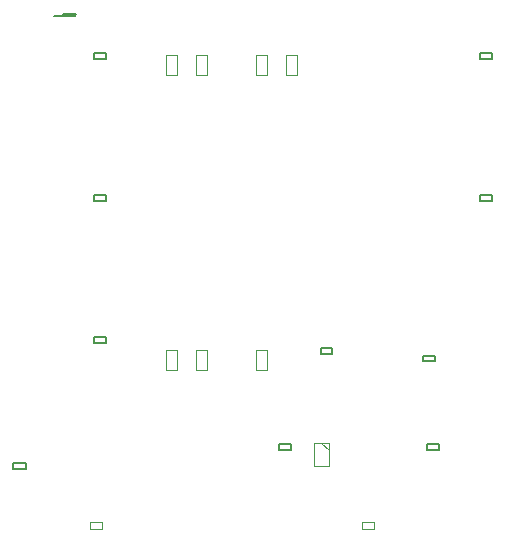
<source format=gbr>
G04*
G04 #@! TF.GenerationSoftware,Altium Limited,Altium Designer,23.8.1 (32)*
G04*
G04 Layer_Color=32768*
%FSLAX44Y44*%
%MOMM*%
G71*
G04*
G04 #@! TF.SameCoordinates,4E8033DB-9698-49A7-8747-1B8CF0FAEC2F*
G04*
G04*
G04 #@! TF.FilePolarity,Positive*
G04*
G01*
G75*
%ADD10C,0.1500*%
%ADD11C,0.1000*%
%ADD12C,0.2000*%
D10*
X99299Y461554D02*
X116958D01*
X118281Y462877D01*
X107112D02*
X118281D01*
D11*
X359750Y27250D02*
Y32750D01*
X370250Y27250D02*
Y32750D01*
X359750Y27250D02*
X370250D01*
X359750Y32750D02*
X370250D01*
X140250Y27250D02*
Y32750D01*
X129750Y27250D02*
Y32750D01*
X140250D01*
X129750Y27250D02*
X140250D01*
X325525Y100000D02*
X332025Y93500D01*
Y80000D02*
Y100000D01*
X319525Y80000D02*
X332025D01*
X319525D02*
Y100000D01*
X332025D01*
X270540Y178500D02*
X279540D01*
X270540Y161500D02*
X279540D01*
X270540D02*
Y178500D01*
X279540Y161500D02*
Y178500D01*
X219740D02*
X228740D01*
X219740Y161500D02*
X228740D01*
X219740D02*
Y178500D01*
X228740Y161500D02*
Y178500D01*
X194340D02*
X203340D01*
X194340Y161500D02*
X203340D01*
X194340D02*
Y178500D01*
X203340Y161500D02*
Y178500D01*
X295940Y411500D02*
X304940D01*
X295940Y428500D02*
X304940D01*
Y411500D02*
Y428500D01*
X295940Y411500D02*
Y428500D01*
X270540Y411500D02*
X279540D01*
X270540Y428500D02*
X279540D01*
Y411500D02*
Y428500D01*
X270540Y411500D02*
Y428500D01*
X219740Y411500D02*
X228740D01*
X219740Y428500D02*
X228740D01*
Y411500D02*
Y428500D01*
X219740Y411500D02*
Y428500D01*
X194340Y428500D02*
X203340D01*
X194340Y411500D02*
X203340D01*
X194340D02*
Y428500D01*
X203340Y411500D02*
Y428500D01*
D12*
X324998Y179687D02*
X334998D01*
X324998Y174687D02*
Y179687D01*
Y174687D02*
X334998D01*
Y179687D01*
X64750Y77250D02*
X75250D01*
Y82750D01*
X64750D02*
X75250D01*
X64750Y77250D02*
Y82750D01*
X415000Y99000D02*
X425000D01*
X415000Y94000D02*
Y99000D01*
Y94000D02*
X425000D01*
Y99000D01*
X290000D02*
X300000D01*
X290000Y94000D02*
Y99000D01*
Y94000D02*
X300000D01*
Y99000D01*
X460000Y304620D02*
Y309620D01*
X470000D01*
Y304620D02*
Y309620D01*
X460000Y304620D02*
X470000D01*
X133100Y424620D02*
X143100D01*
Y429620D01*
X133100D02*
X143100D01*
X133100Y424620D02*
Y429620D01*
Y304620D02*
Y309620D01*
X143100D01*
Y304620D02*
Y309620D01*
X133100Y304620D02*
X143100D01*
X422000Y168680D02*
Y173680D01*
X412000Y168680D02*
X422000D01*
X412000D02*
Y173680D01*
X422000D01*
X133100Y184620D02*
Y189620D01*
X143100D01*
Y184620D02*
Y189620D01*
X133100Y184620D02*
X143100D01*
X460000Y424620D02*
Y429620D01*
X470000D01*
Y424620D02*
Y429620D01*
X460000Y424620D02*
X470000D01*
M02*

</source>
